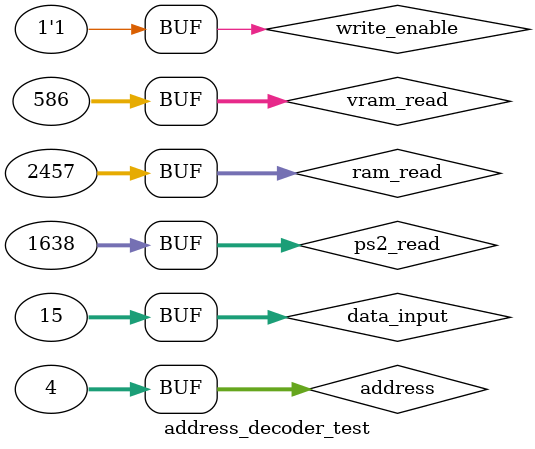
<source format=sv>
module address_decoder_test();

logic write_enable, ram_we, vram_we, ps2_read_ack;
logic[31:0] address, ps2_read, ram_read, vram_read, data_input;
logic[31:0] ram_address, vram_address, ram_data, vram_data, data_output;
												
											
address_decoder DUT(write_enable, address, ps2_read, ram_read, vram_read, 
data_input, ram_we, vram_we, ps2_read_ack, ram_address, vram_address, ram_data, vram_data, data_output);


initial begin
	write_enable = 0; address = 32'h4; ps2_read = 32'h666; ram_read = 32'h999; data_input = 32'hF; vram_read = 32'h24A;
	
	#10 address = 32'h4004;
	#10 write_enable = 1;
	#10 address = 32'h400C;
	#10 write_enable = 0;
	#10 address = 32'h4000;
	#10 write_enable = 1;
	#10 address = 32'h0004;
	
end
endmodule
										
</source>
